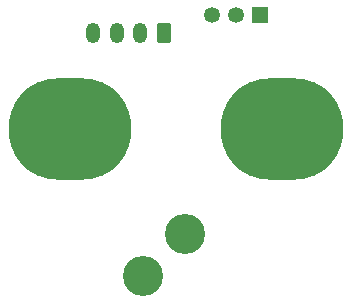
<source format=gbr>
%TF.GenerationSoftware,KiCad,Pcbnew,9.0.6*%
%TF.CreationDate,2025-11-20T15:49:29+01:00*%
%TF.ProjectId,N57__ldruckanzeige_Sensor,4e35375f-d66c-4647-9275-636b616e7a65,rev?*%
%TF.SameCoordinates,Original*%
%TF.FileFunction,Soldermask,Bot*%
%TF.FilePolarity,Negative*%
%FSLAX46Y46*%
G04 Gerber Fmt 4.6, Leading zero omitted, Abs format (unit mm)*
G04 Created by KiCad (PCBNEW 9.0.6) date 2025-11-20 15:49:29*
%MOMM*%
%LPD*%
G01*
G04 APERTURE LIST*
G04 Aperture macros list*
%AMRoundRect*
0 Rectangle with rounded corners*
0 $1 Rounding radius*
0 $2 $3 $4 $5 $6 $7 $8 $9 X,Y pos of 4 corners*
0 Add a 4 corners polygon primitive as box body*
4,1,4,$2,$3,$4,$5,$6,$7,$8,$9,$2,$3,0*
0 Add four circle primitives for the rounded corners*
1,1,$1+$1,$2,$3*
1,1,$1+$1,$4,$5*
1,1,$1+$1,$6,$7*
1,1,$1+$1,$8,$9*
0 Add four rect primitives between the rounded corners*
20,1,$1+$1,$2,$3,$4,$5,0*
20,1,$1+$1,$4,$5,$6,$7,0*
20,1,$1+$1,$6,$7,$8,$9,0*
20,1,$1+$1,$8,$9,$2,$3,0*%
G04 Aperture macros list end*
%ADD10O,10.400000X8.600000*%
%ADD11C,3.400000*%
%ADD12R,1.350000X1.350000*%
%ADD13C,1.350000*%
%ADD14RoundRect,0.250000X0.350000X0.625000X-0.350000X0.625000X-0.350000X-0.625000X0.350000X-0.625000X0*%
%ADD15O,1.200000X1.750000*%
G04 APERTURE END LIST*
D10*
%TO.C,H1*%
X91000000Y-100000000D03*
%TD*%
D11*
%TO.C,J3*%
X97216233Y-112435767D03*
X100751767Y-108900233D03*
%TD*%
D12*
%TO.C,J2*%
X107080000Y-90348000D03*
D13*
X105080000Y-90348000D03*
X103080000Y-90348000D03*
%TD*%
D10*
%TO.C,H2*%
X109000000Y-100000000D03*
%TD*%
D14*
%TO.C,J1*%
X98984000Y-91872000D03*
D15*
X96984000Y-91872000D03*
X94984000Y-91872000D03*
X92984000Y-91872000D03*
%TD*%
M02*

</source>
